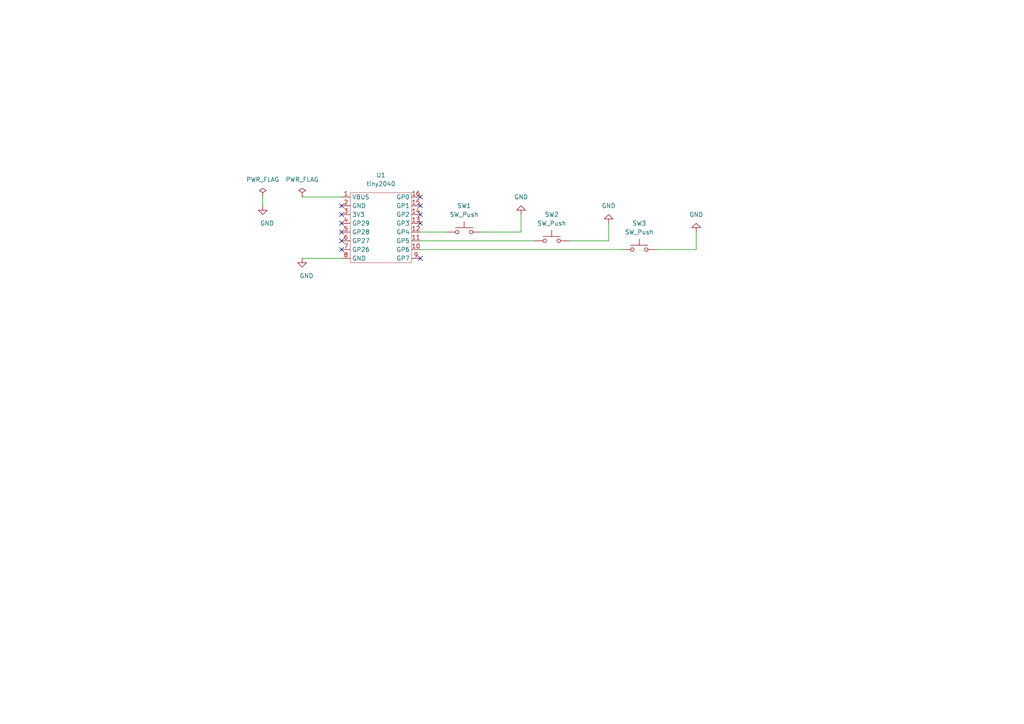
<source format=kicad_sch>
(kicad_sch (version 20211123) (generator eeschema)
  (paper "A4")
  (lib_symbols
    (symbol "Switch:SW_Push" (pin_numbers hide) (pin_names (offset 1.016) hide)
      (property "Reference" "SW" (at 1.27 2.54 0))
      (property "Value" "SW_Push" (at 0 -1.524 0))
      (symbol "SW_Push_0_1"
        (circle (center -2.032 0) (radius 0.508))
        (polyline (pts (xy 0 1.27) (xy 0 3.048)))
        (polyline (pts (xy 2.54 1.27) (xy -2.54 1.27)))
        (circle (center 2.032 0) (radius 0.508))
        (pin passive line (at -5.08 0 0) (length 2.54) (name "1") (number "1"))
        (pin passive line (at 5.08 0 180) (length 2.54) (name "2") (number "2"))
      )
    )
    (symbol "power:GND" (power) (pin_names (offset 0))
      (property "Value" "GND" (at 0 -3.81 0))
      (symbol "GND_0_1"
        (polyline (pts (xy 0 0) (xy 0 -1.27) (xy 1.27 -1.27) (xy 0 -2.54) (xy -1.27 -1.27) (xy 0 -1.27)))
      )
      (symbol "GND_1_1"
        (pin power_in line (at 0 0 270) (length 0) hide (name "GND") (number "1"))
      )
    )
    (symbol "power:PWR_FLAG" (power) (pin_numbers hide) (pin_names (offset 0) hide)
      (property "Value" "PWR_FLAG" (at 0 3.81 0))
      (symbol "PWR_FLAG_0_0"
        (pin power_out line (at 0 0 90) (length 0) (name "pwr") (number "1"))
      )
      (symbol "PWR_FLAG_0_1"
        (polyline (pts (xy 0 0) (xy 0 1.27) (xy -1.016 1.905) (xy 0 2.54) (xy 1.016 1.905) (xy 0 1.27)))
      )
    )
    (symbol "rp2040:tiny2040"
      (property "Reference" "U" (at 0 0 0))
      (property "Value" "tiny2040" (at 0 2.54 0))
      (symbol "tiny2040_0_1"
        (rectangle (start -8.89 -2.54) (end 8.89 -22.86) (stroke (width 0.0006)))
      )
      (symbol "tiny2040_1_1"
        (pin power_in line (at -11.43 -3.81 0) (length 2.54) (name "VBUS") (number "1"))
        (pin bidirectional line (at 11.43 -19.05 180) (length 2.54) (name "GP6") (number "10"))
        (pin bidirectional line (at 11.43 -16.51 180) (length 2.54) (name "GP5") (number "11"))
        (pin bidirectional line (at 11.43 -13.97 180) (length 2.54) (name "GP4") (number "12"))
        (pin bidirectional line (at 11.43 -11.43 180) (length 2.54) (name "GP3") (number "13"))
        (pin bidirectional line (at 11.43 -8.89 180) (length 2.54) (name "GP2") (number "14"))
        (pin bidirectional line (at 11.43 -6.35 180) (length 2.54) (name "GP1") (number "15"))
        (pin bidirectional line (at 11.43 -3.81 180) (length 2.54) (name "GP0") (number "16"))
        (pin power_in line (at -11.43 -6.35 0) (length 2.54) (name "GND") (number "2"))
        (pin power_in line (at -11.43 -8.89 0) (length 2.54) (name "3V3") (number "3"))
        (pin bidirectional line (at -11.43 -11.43 0) (length 2.54) (name "GP29") (number "4"))
        (pin bidirectional line (at -11.43 -13.97 0) (length 2.54) (name "GP28") (number "5"))
        (pin bidirectional line (at -11.43 -16.51 0) (length 2.54) (name "GP27") (number "6"))
        (pin bidirectional line (at -11.43 -19.05 0) (length 2.54) (name "GP26") (number "7"))
        (pin power_in line (at -11.43 -21.59 0) (length 2.54) (name "GND") (number "8"))
        (pin bidirectional line (at 11.43 -21.59 180) (length 2.54) (name "GP7") (number "9"))
      )
    )
  )
  (no_connect (at 121.92 64.77))
  (no_connect (at 99.06 62.23))
  (no_connect (at 121.92 59.69))
  (no_connect (at 121.92 62.23))
  (no_connect (at 99.06 59.69))
  (no_connect (at 121.92 74.93))
  (no_connect (at 99.06 64.77))
  (no_connect (at 99.06 67.31))
  (no_connect (at 99.06 69.85))
  (no_connect (at 99.06 72.39))
  (no_connect (at 121.92 57.15))
  (wire (pts (xy 151.13 62.23) (xy 151.13 67.31)))
  (wire (pts (xy 121.92 69.85) (xy 154.94 69.85)))
  (wire (pts (xy 87.63 57.15) (xy 99.06 57.15)))
  (wire (pts (xy 87.63 74.93) (xy 99.06 74.93)))
  (wire (pts (xy 165.1 69.85) (xy 176.53 69.85)))
  (wire (pts (xy 176.53 64.77) (xy 176.53 69.85)))
  (wire (pts (xy 201.93 67.31) (xy 201.93 72.39)))
  (wire (pts (xy 190.5 72.39) (xy 201.93 72.39)))
  (wire (pts (xy 121.92 72.39) (xy 180.34 72.39)))
  (wire (pts (xy 76.2 57.15) (xy 76.2 59.69)))
  (wire (pts (xy 121.92 67.31) (xy 129.54 67.31)))
  (wire (pts (xy 139.7 67.31) (xy 151.13 67.31)))
  (symbol (lib_id "power:GND") (at 176.53 64.77 0) (mirror x) (unit 1)
    (property "Reference" "#PWR?" (effects hide))
    (property "Value" "GND" (at 176.53 59.69 0))
  )
  (symbol (lib_id "power:GND") (at 76.2 59.69 0) (unit 1)
    (property "Reference" "#PWR0105" (effects hide))
    (property "Value" "GND" (at 77.47 64.77 0))
  )
  (symbol (lib_id "power:GND") (at 87.63 74.93 0) (unit 1)
    (property "Reference" "#PWR0104" (effects hide))
    (property "Value" "GND" (at 88.9 80.01 0))
  )
  (symbol (lib_id "rp2040:tiny2040") (at 110.49 53.34 0) (unit 1)
    (property "Reference" "U1" (at 110.49 50.8 0))
    (property "Value" "tiny2040" (at 110.49 53.34 0))
    (property "Footprint" "rp2040:tiny2040_wo_debug" (effects hide))
  )
  (symbol (lib_id "power:GND") (at 201.93 67.31 0) (mirror x) (unit 1)
    (property "Reference" "#PWR?" (effects hide))
    (property "Value" "GND" (at 201.93 62.23 0))
  )
  (symbol (lib_id "Switch:SW_Push") (at 160.02 69.85 0) (unit 1)
    (property "Reference" "SW2" (at 160.02 62.23 0))
    (property "Value" "SW_Push" (at 160.02 64.77 0))
    (property "Footprint" "Library:tinypicokey" (effects hide))
  )
  (symbol (lib_id "Switch:SW_Push") (at 134.62 67.31 0) (unit 1)
    (property "Reference" "SW1" (at 134.62 59.69 0))
    (property "Value" "SW_Push" (at 134.62 62.23 0))
    (property "Footprint" "Library:tinypicokey" (effects hide))
  )
  (symbol (lib_id "Switch:SW_Push") (at 185.42 72.39 0) (unit 1)
    (property "Reference" "SW3" (at 185.42 64.77 0))
    (property "Value" "SW_Push" (at 185.42 67.31 0))
    (property "Footprint" "Library:tinypicokey" (effects hide))
  )
  (symbol (lib_id "power:PWR_FLAG") (at 76.2 57.15 0) (unit 1)
    (property "Reference" "#FLG0102" (effects hide))
    (property "Value" "PWR_FLAG" (at 76.2 52.07 0))
  )
  (symbol (lib_id "power:GND") (at 151.13 62.23 0) (mirror x) (unit 1)
    (property "Reference" "#PWR0102" (effects hide))
    (property "Value" "GND" (at 151.13 57.15 0))
  )
  (symbol (lib_id "power:PWR_FLAG") (at 87.63 57.15 0) (unit 1)
    (property "Reference" "#FLG0101" (effects hide))
    (property "Value" "PWR_FLAG" (at 87.63 52.07 0))
  )
)
</source>
